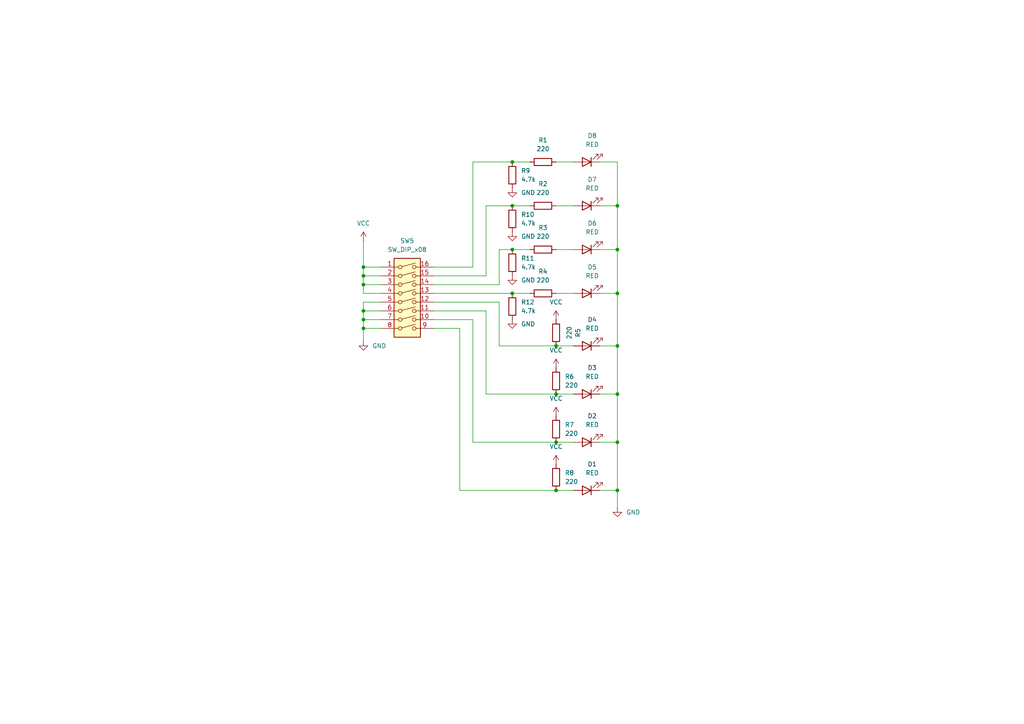
<source format=kicad_sch>
(kicad_sch (version 20231120) (generator "eeschema") (generator_version "8.0")
  (paper "A4")
  (lib_symbols
    (symbol "Device:LED" (pin_numbers hide) (pin_names (offset 1.016) hide)
      (property "Reference" "D" (at 0 2.54 0))
      (property "Value" "LED" (at 0 -2.54 0))
      (symbol "LED_0_1"
        (polyline (pts (xy -1.27 -1.27) (xy -1.27 1.27)) (stroke (width 0.254)))
        (polyline (pts (xy -1.27 0) (xy 1.27 0)))
        (polyline (pts (xy 1.27 -1.27) (xy 1.27 1.27) (xy -1.27 0) (xy 1.27 -1.27)) (stroke (width 0.254)))
        (polyline (pts (xy -3.048 -0.762) (xy -4.572 -2.286) (xy -3.81 -2.286) (xy -4.572 -2.286) (xy -4.572 -1.524)))
        (polyline (pts (xy -1.778 -0.762) (xy -3.302 -2.286) (xy -2.54 -2.286) (xy -3.302 -2.286) (xy -3.302 -1.524)))
      )
      (symbol "LED_1_1"
        (pin passive line (at -3.81 0 0) (length 2.54) (name "K") (number "1"))
        (pin passive line (at 3.81 0 180) (length 2.54) (name "A") (number "2"))
      )
    )
    (symbol "Device:R" (pin_numbers hide) (pin_names (offset 0))
      (property "Reference" "R" (at 2.032 0 90))
      (property "Value" "R" (at 0 0 90))
      (symbol "R_0_1"
        (rectangle (start -1.016 -2.54) (end 1.016 2.54) (stroke (width 0.254)))
      )
      (symbol "R_1_1"
        (pin passive line (at 0 3.81 270) (length 1.27) (name "~") (number "1"))
        (pin passive line (at 0 -3.81 90) (length 1.27) (name "~") (number "2"))
      )
    )
    (symbol "Switch:SW_DIP_x08" (pin_names (offset 0) hide)
      (property "Reference" "SW" (at 0 13.97 0))
      (property "Value" "SW_DIP_x08" (at 0 -11.43 0))
      (symbol "SW_DIP_x08_0_0"
        (circle (center -2.032 -7.62) (radius 0.508))
        (circle (center -2.032 -5.08) (radius 0.508))
        (circle (center -2.032 -2.54) (radius 0.508))
        (circle (center -2.032 0) (radius 0.508))
        (circle (center -2.032 2.54) (radius 0.508))
        (circle (center -2.032 5.08) (radius 0.508))
        (circle (center -2.032 7.62) (radius 0.508))
        (circle (center -2.032 10.16) (radius 0.508))
        (polyline (pts (xy -1.524 -7.4676) (xy 2.3622 -6.4262)))
        (polyline (pts (xy -1.524 -4.9276) (xy 2.3622 -3.8862)))
        (polyline (pts (xy -1.524 -2.3876) (xy 2.3622 -1.3462)))
        (polyline (pts (xy -1.524 0.127) (xy 2.3622 1.1684)))
        (polyline (pts (xy -1.524 2.667) (xy 2.3622 3.7084)))
        (polyline (pts (xy -1.524 5.207) (xy 2.3622 6.2484)))
        (polyline (pts (xy -1.524 7.747) (xy 2.3622 8.7884)))
        (polyline (pts (xy -1.524 10.287) (xy 2.3622 11.3284)))
        (circle (center 2.032 -7.62) (radius 0.508))
        (circle (center 2.032 -5.08) (radius 0.508))
        (circle (center 2.032 -2.54) (radius 0.508))
        (circle (center 2.032 0) (radius 0.508))
        (circle (center 2.032 2.54) (radius 0.508))
        (circle (center 2.032 5.08) (radius 0.508))
        (circle (center 2.032 7.62) (radius 0.508))
        (circle (center 2.032 10.16) (radius 0.508))
      )
      (symbol "SW_DIP_x08_0_1"
        (rectangle (start -3.81 12.7) (end 3.81 -10.16) (stroke (width 0.254)) (fill (type background)))
      )
      (symbol "SW_DIP_x08_1_1"
        (pin passive line (at -7.62 10.16 0) (length 5.08) (name "~") (number "1"))
        (pin passive line (at 7.62 -5.08 180) (length 5.08) (name "~") (number "10"))
        (pin passive line (at 7.62 -2.54 180) (length 5.08) (name "~") (number "11"))
        (pin passive line (at 7.62 0 180) (length 5.08) (name "~") (number "12"))
        (pin passive line (at 7.62 2.54 180) (length 5.08) (name "~") (number "13"))
        (pin passive line (at 7.62 5.08 180) (length 5.08) (name "~") (number "14"))
        (pin passive line (at 7.62 7.62 180) (length 5.08) (name "~") (number "15"))
        (pin passive line (at 7.62 10.16 180) (length 5.08) (name "~") (number "16"))
        (pin passive line (at -7.62 7.62 0) (length 5.08) (name "~") (number "2"))
        (pin passive line (at -7.62 5.08 0) (length 5.08) (name "~") (number "3"))
        (pin passive line (at -7.62 2.54 0) (length 5.08) (name "~") (number "4"))
        (pin passive line (at -7.62 0 0) (length 5.08) (name "~") (number "5"))
        (pin passive line (at -7.62 -2.54 0) (length 5.08) (name "~") (number "6"))
        (pin passive line (at -7.62 -5.08 0) (length 5.08) (name "~") (number "7"))
        (pin passive line (at -7.62 -7.62 0) (length 5.08) (name "~") (number "8"))
        (pin passive line (at 7.62 -7.62 180) (length 5.08) (name "~") (number "9"))
      )
    )
    (symbol "power:GND" (power) (pin_numbers hide) (pin_names (offset 0) hide)
      (property "Value" "GND" (at 0 -3.81 0))
      (symbol "GND_0_1"
        (polyline (pts (xy 0 0) (xy 0 -1.27) (xy 1.27 -1.27) (xy 0 -2.54) (xy -1.27 -1.27) (xy 0 -1.27)))
      )
      (symbol "GND_1_1"
        (pin power_in line (at 0 0 270) (length 0) (name "~") (number "1"))
      )
    )
    (symbol "power:VCC" (power) (pin_numbers hide) (pin_names (offset 0) hide)
      (property "Value" "VCC" (at 0 3.556 0))
      (symbol "VCC_0_1"
        (polyline (pts (xy -0.762 1.27) (xy 0 2.54)))
        (polyline (pts (xy 0 0) (xy 0 2.54)))
        (polyline (pts (xy 0 2.54) (xy 0.762 1.27)))
      )
      (symbol "VCC_1_1"
        (pin power_in line (at 0 0 90) (length 0) (name "~") (number "1"))
      )
    )
  )
  (junction (at 148.59 59.69))
  (junction (at 179.07 59.69))
  (junction (at 179.07 100.33))
  (junction (at 105.41 80.01))
  (junction (at 179.07 142.24))
  (junction (at 161.29 114.3))
  (junction (at 105.41 95.25))
  (junction (at 148.59 72.39))
  (junction (at 105.41 90.17))
  (junction (at 161.29 142.24))
  (junction (at 161.29 100.33))
  (junction (at 179.07 72.39))
  (junction (at 179.07 85.09))
  (junction (at 148.59 85.09))
  (junction (at 179.07 114.3))
  (junction (at 179.07 128.27))
  (junction (at 161.29 128.27))
  (junction (at 105.41 77.47))
  (junction (at 105.41 82.55))
  (junction (at 105.41 92.71))
  (junction (at 148.59 46.99))
  (wire (pts (xy 179.07 128.27) (xy 179.07 142.24)))
  (wire (pts (xy 148.59 59.69) (xy 140.97 59.69)))
  (wire (pts (xy 133.35 142.24) (xy 133.35 95.25)))
  (wire (pts (xy 144.78 72.39) (xy 144.78 82.55)))
  (wire (pts (xy 161.29 142.24) (xy 166.37 142.24)))
  (wire (pts (xy 161.29 59.69) (xy 166.37 59.69)))
  (wire (pts (xy 137.16 128.27) (xy 137.16 92.71)))
  (wire (pts (xy 173.99 46.99) (xy 179.07 46.99)))
  (wire (pts (xy 105.41 80.01) (xy 105.41 77.47)))
  (wire (pts (xy 161.29 128.27) (xy 137.16 128.27)))
  (wire (pts (xy 105.41 95.25) (xy 110.49 95.25)))
  (wire (pts (xy 161.29 114.3) (xy 140.97 114.3)))
  (wire (pts (xy 179.07 114.3) (xy 179.07 128.27)))
  (wire (pts (xy 105.41 90.17) (xy 110.49 90.17)))
  (wire (pts (xy 140.97 114.3) (xy 140.97 90.17)))
  (wire (pts (xy 179.07 142.24) (xy 173.99 142.24)))
  (wire (pts (xy 144.78 87.63) (xy 125.73 87.63)))
  (wire (pts (xy 105.41 77.47) (xy 110.49 77.47)))
  (wire (pts (xy 144.78 82.55) (xy 125.73 82.55)))
  (wire (pts (xy 161.29 85.09) (xy 166.37 85.09)))
  (wire (pts (xy 173.99 59.69) (xy 179.07 59.69)))
  (wire (pts (xy 105.41 80.01) (xy 110.49 80.01)))
  (wire (pts (xy 173.99 85.09) (xy 179.07 85.09)))
  (wire (pts (xy 137.16 77.47) (xy 125.73 77.47)))
  (wire (pts (xy 137.16 92.71) (xy 125.73 92.71)))
  (wire (pts (xy 173.99 72.39) (xy 179.07 72.39)))
  (wire (pts (xy 148.59 72.39) (xy 153.67 72.39)))
  (wire (pts (xy 173.99 128.27) (xy 179.07 128.27)))
  (wire (pts (xy 179.07 142.24) (xy 179.07 147.32)))
  (wire (pts (xy 161.29 100.33) (xy 166.37 100.33)))
  (wire (pts (xy 110.49 85.09) (xy 105.41 85.09)))
  (wire (pts (xy 148.59 85.09) (xy 153.67 85.09)))
  (wire (pts (xy 161.29 142.24) (xy 133.35 142.24)))
  (wire (pts (xy 105.41 87.63) (xy 105.41 90.17)))
  (wire (pts (xy 137.16 46.99) (xy 137.16 77.47)))
  (wire (pts (xy 144.78 100.33) (xy 144.78 87.63)))
  (wire (pts (xy 125.73 85.09) (xy 148.59 85.09)))
  (wire (pts (xy 105.41 90.17) (xy 105.41 92.71)))
  (wire (pts (xy 105.41 85.09) (xy 105.41 82.55)))
  (wire (pts (xy 148.59 46.99) (xy 137.16 46.99)))
  (wire (pts (xy 105.41 87.63) (xy 110.49 87.63)))
  (wire (pts (xy 148.59 59.69) (xy 153.67 59.69)))
  (wire (pts (xy 161.29 100.33) (xy 144.78 100.33)))
  (wire (pts (xy 133.35 95.25) (xy 125.73 95.25)))
  (wire (pts (xy 179.07 46.99) (xy 179.07 59.69)))
  (wire (pts (xy 179.07 85.09) (xy 179.07 100.33)))
  (wire (pts (xy 161.29 128.27) (xy 166.37 128.27)))
  (wire (pts (xy 105.41 92.71) (xy 105.41 95.25)))
  (wire (pts (xy 148.59 46.99) (xy 153.67 46.99)))
  (wire (pts (xy 179.07 72.39) (xy 179.07 85.09)))
  (wire (pts (xy 173.99 100.33) (xy 179.07 100.33)))
  (wire (pts (xy 179.07 100.33) (xy 179.07 114.3)))
  (wire (pts (xy 140.97 80.01) (xy 125.73 80.01)))
  (wire (pts (xy 161.29 72.39) (xy 166.37 72.39)))
  (wire (pts (xy 105.41 92.71) (xy 110.49 92.71)))
  (wire (pts (xy 148.59 72.39) (xy 144.78 72.39)))
  (wire (pts (xy 140.97 90.17) (xy 125.73 90.17)))
  (wire (pts (xy 173.99 114.3) (xy 179.07 114.3)))
  (wire (pts (xy 161.29 114.3) (xy 166.37 114.3)))
  (wire (pts (xy 105.41 95.25) (xy 105.41 99.06)))
  (wire (pts (xy 105.41 82.55) (xy 105.41 80.01)))
  (wire (pts (xy 179.07 59.69) (xy 179.07 72.39)))
  (wire (pts (xy 140.97 59.69) (xy 140.97 80.01)))
  (wire (pts (xy 105.41 82.55) (xy 110.49 82.55)))
  (wire (pts (xy 105.41 69.85) (xy 105.41 77.47)))
  (wire (pts (xy 161.29 46.99) (xy 166.37 46.99)))
  (symbol (lib_id "power:VCC") (at 105.41 69.85 0) (unit 1)
    (property "Reference" "#PWR07" (effects (hide yes)))
    (property "Value" "VCC" (at 105.41 64.77 0))
    (property "Description" "Power symbol creates a global label with name \"VCC\"" (effects (hide yes)))
  )
  (symbol (lib_id "Device:LED") (at 170.18 85.09 180) (unit 1)
    (property "Reference" "D5" (at 171.7675 77.47 0))
    (property "Value" "RED" (at 171.7675 80.01 0))
    (property "Description" "Light emitting diode" (effects (hide yes)))
  )
  (symbol (lib_id "Device:LED") (at 170.18 46.99 180) (unit 1)
    (property "Reference" "D8" (at 171.7675 39.37 0))
    (property "Value" "RED" (at 171.7675 41.91 0))
    (property "Description" "Light emitting diode" (effects (hide yes)))
  )
  (symbol (lib_id "power:VCC") (at 161.29 92.71 0) (unit 1)
    (property "Reference" "#PWR06" (effects (hide yes)))
    (property "Value" "VCC" (at 161.29 87.63 0))
    (property "Description" "Power symbol creates a global label with name \"VCC\"" (effects (hide yes)))
  )
  (symbol (lib_id "Device:R") (at 161.29 124.46 0) (unit 1)
    (property "Reference" "R7" (at 163.83 123.1899 0) (effects (justify left)))
    (property "Value" "220" (at 163.83 125.7299 0) (effects (justify left)))
    (property "Description" "Resistor" (effects (hide yes)))
  )
  (symbol (lib_id "Device:R") (at 148.59 88.9 180) (unit 1)
    (property "Reference" "R12" (at 151.13 87.6299 0) (effects (justify right)))
    (property "Value" "4.7k" (at 151.13 90.1699 0) (effects (justify right)))
    (property "Description" "Resistor" (effects (hide yes)))
  )
  (symbol (lib_id "Device:R") (at 157.48 85.09 90) (unit 1)
    (property "Reference" "R4" (at 157.48 78.74 90))
    (property "Value" "220" (at 157.48 81.28 90))
    (property "Description" "Resistor" (effects (hide yes)))
  )
  (symbol (lib_id "Device:R") (at 148.59 63.5 180) (unit 1)
    (property "Reference" "R10" (at 151.13 62.2299 0) (effects (justify right)))
    (property "Value" "4.7k" (at 151.13 64.7699 0) (effects (justify right)))
    (property "Description" "Resistor" (effects (hide yes)))
  )
  (symbol (lib_id "power:GND") (at 148.59 80.01 0) (unit 1)
    (property "Reference" "#PWR04" (effects (hide yes)))
    (property "Value" "GND" (at 151.13 81.2799 0) (effects (justify left)))
    (property "Description" "Power symbol creates a global label with name \"GND\" , ground" (effects (hide yes)))
  )
  (symbol (lib_id "power:VCC") (at 161.29 106.68 0) (unit 1)
    (property "Reference" "#PWR08" (effects (hide yes)))
    (property "Value" "VCC" (at 161.29 101.6 0))
    (property "Description" "Power symbol creates a global label with name \"VCC\"" (effects (hide yes)))
  )
  (symbol (lib_id "Device:R") (at 148.59 50.8 180) (unit 1)
    (property "Reference" "R9" (at 151.13 49.5299 0) (effects (justify right)))
    (property "Value" "4.7k" (at 151.13 52.0699 0) (effects (justify right)))
    (property "Description" "Resistor" (effects (hide yes)))
  )
  (symbol (lib_id "Device:LED") (at 170.18 72.39 180) (unit 1)
    (property "Reference" "D6" (at 171.7675 64.77 0))
    (property "Value" "RED" (at 171.7675 67.31 0))
    (property "Description" "Light emitting diode" (effects (hide yes)))
  )
  (symbol (lib_id "Device:R") (at 157.48 59.69 90) (unit 1)
    (property "Reference" "R2" (at 157.48 53.34 90))
    (property "Value" "220" (at 157.48 55.88 90))
    (property "Description" "Resistor" (effects (hide yes)))
  )
  (symbol (lib_id "Device:R") (at 161.29 96.52 0) (unit 1)
    (property "Reference" "R5" (at 167.64 96.52 90))
    (property "Value" "220" (at 165.1 96.52 90))
    (property "Description" "Resistor" (effects (hide yes)))
  )
  (symbol (lib_id "power:VCC") (at 161.29 134.62 0) (unit 1)
    (property "Reference" "#PWR010" (effects (hide yes)))
    (property "Value" "VCC" (at 161.29 129.54 0))
    (property "Description" "Power symbol creates a global label with name \"VCC\"" (effects (hide yes)))
  )
  (symbol (lib_id "Switch:SW_DIP_x08") (at 118.11 87.63 0) (unit 1)
    (property "Reference" "SW5" (at 118.11 69.85 0))
    (property "Value" "SW_DIP_x08" (at 118.11 72.39 0))
    (property "Description" "8x DIP Switch, Single Pole Single Throw (SPST) switch, small symbol" (effects (hide yes)))
  )
  (symbol (lib_id "power:VCC") (at 161.29 120.65 0) (unit 1)
    (property "Reference" "#PWR09" (effects (hide yes)))
    (property "Value" "VCC" (at 161.29 115.57 0))
    (property "Description" "Power symbol creates a global label with name \"VCC\"" (effects (hide yes)))
  )
  (symbol (lib_id "Device:LED") (at 170.18 100.33 180) (unit 1)
    (property "Reference" "D4" (at 171.7675 92.71 0))
    (property "Value" "RED" (at 171.7675 95.25 0))
    (property "Description" "Light emitting diode" (effects (hide yes)))
  )
  (symbol (lib_id "Device:LED") (at 170.18 114.3 180) (unit 1)
    (property "Reference" "D3" (at 171.7675 106.68 0))
    (property "Value" "RED" (at 171.7675 109.22 0))
    (property "Description" "Light emitting diode" (effects (hide yes)))
  )
  (symbol (lib_id "power:GND") (at 148.59 67.31 0) (unit 1)
    (property "Reference" "#PWR03" (effects (hide yes)))
    (property "Value" "GND" (at 151.13 68.5799 0) (effects (justify left)))
    (property "Description" "Power symbol creates a global label with name \"GND\" , ground" (effects (hide yes)))
  )
  (symbol (lib_id "power:GND") (at 148.59 92.71 0) (unit 1)
    (property "Reference" "#PWR05" (effects (hide yes)))
    (property "Value" "GND" (at 151.13 93.9799 0) (effects (justify left)))
    (property "Description" "Power symbol creates a global label with name \"GND\" , ground" (effects (hide yes)))
  )
  (symbol (lib_id "Device:LED") (at 170.18 142.24 180) (unit 1)
    (property "Reference" "D1" (at 171.7675 134.62 0))
    (property "Value" "RED" (at 171.7675 137.16 0))
    (property "Description" "Light emitting diode" (effects (hide yes)))
  )
  (symbol (lib_id "Device:R") (at 161.29 138.43 0) (unit 1)
    (property "Reference" "R8" (at 163.83 137.1599 0) (effects (justify left)))
    (property "Value" "220" (at 163.83 139.6999 0) (effects (justify left)))
    (property "Description" "Resistor" (effects (hide yes)))
  )
  (symbol (lib_id "Device:LED") (at 170.18 128.27 180) (unit 1)
    (property "Reference" "D2" (at 171.7675 120.65 0))
    (property "Value" "RED" (at 171.7675 123.19 0))
    (property "Description" "Light emitting diode" (effects (hide yes)))
  )
  (symbol (lib_id "Device:R") (at 161.29 110.49 0) (unit 1)
    (property "Reference" "R6" (at 163.83 109.2199 0) (effects (justify left)))
    (property "Value" "220" (at 163.83 111.7599 0) (effects (justify left)))
    (property "Description" "Resistor" (effects (hide yes)))
  )
  (symbol (lib_id "Device:R") (at 157.48 72.39 90) (unit 1)
    (property "Reference" "R3" (at 157.48 66.04 90))
    (property "Value" "220" (at 157.48 68.58 90))
    (property "Description" "Resistor" (effects (hide yes)))
  )
  (symbol (lib_id "power:GND") (at 179.07 147.32 0) (unit 1)
    (property "Reference" "#PWR011" (effects (hide yes)))
    (property "Value" "GND" (at 181.61 148.5899 0) (effects (justify left)))
    (property "Description" "Power symbol creates a global label with name \"GND\" , ground" (effects (hide yes)))
  )
  (symbol (lib_id "power:GND") (at 105.41 99.06 0) (unit 1)
    (property "Reference" "#PWR01" (effects (hide yes)))
    (property "Value" "GND" (at 107.95 100.3299 0) (effects (justify left)))
    (property "Description" "Power symbol creates a global label with name \"GND\" , ground" (effects (hide yes)))
  )
  (symbol (lib_id "power:GND") (at 148.59 54.61 0) (unit 1)
    (property "Reference" "#PWR02" (effects (hide yes)))
    (property "Value" "GND" (at 151.13 55.8799 0) (effects (justify left)))
    (property "Description" "Power symbol creates a global label with name \"GND\" , ground" (effects (hide yes)))
  )
  (symbol (lib_id "Device:R") (at 148.59 76.2 180) (unit 1)
    (property "Reference" "R11" (at 151.13 74.9299 0) (effects (justify right)))
    (property "Value" "4.7k" (at 151.13 77.4699 0) (effects (justify right)))
    (property "Description" "Resistor" (effects (hide yes)))
  )
  (symbol (lib_id "Device:R") (at 157.48 46.99 90) (unit 1)
    (property "Reference" "R1" (at 157.48 40.64 90))
    (property "Value" "220" (at 157.48 43.18 90))
    (property "Description" "Resistor" (effects (hide yes)))
  )
  (symbol (lib_id "Device:LED") (at 170.18 59.69 180) (unit 1)
    (property "Reference" "D7" (at 171.7675 52.07 0))
    (property "Value" "RED" (at 171.7675 54.61 0))
    (property "Description" "Light emitting diode" (effects (hide yes)))
  )
)
</source>
